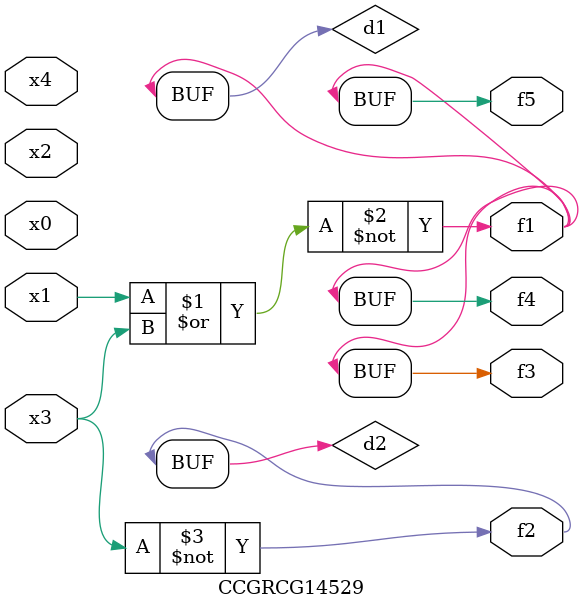
<source format=v>
module CCGRCG14529(
	input x0, x1, x2, x3, x4,
	output f1, f2, f3, f4, f5
);

	wire d1, d2;

	nor (d1, x1, x3);
	not (d2, x3);
	assign f1 = d1;
	assign f2 = d2;
	assign f3 = d1;
	assign f4 = d1;
	assign f5 = d1;
endmodule

</source>
